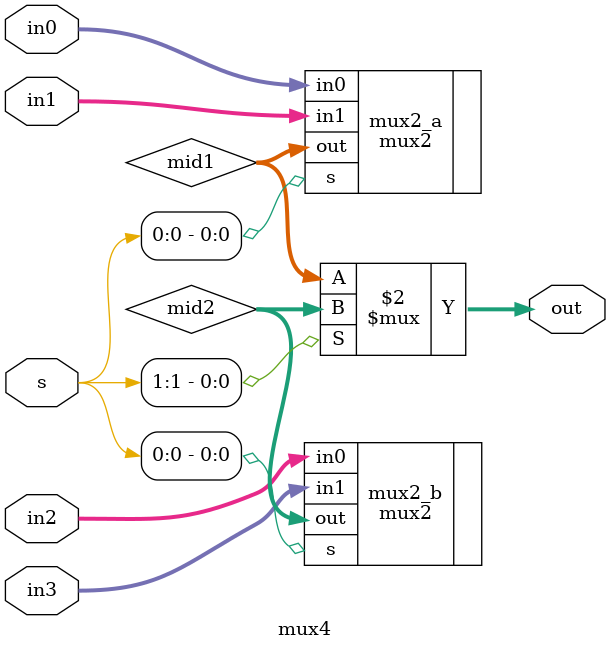
<source format=sv>
`default_nettype none

module mux4(in0, in1, in2, in3, s, out);

parameter N=32;
input wire [N-1:0] in0, in1, in2, in3;
input wire [1:0] s;
output logic [N-1:0] out;
logic [N-1:0] mid1, mid2;

mux2 mux2_a (
    .in0(in0),
    .in1(in1),
    .s(s[0]),
    .out(mid1)
);

mux2 mux2_b (
    .in0(in2),
    .in1(in3),
    .s(s[0]),
    .out(mid2)
);

always_comb out = s[1] ? mid2 : mid1;

endmodule

</source>
